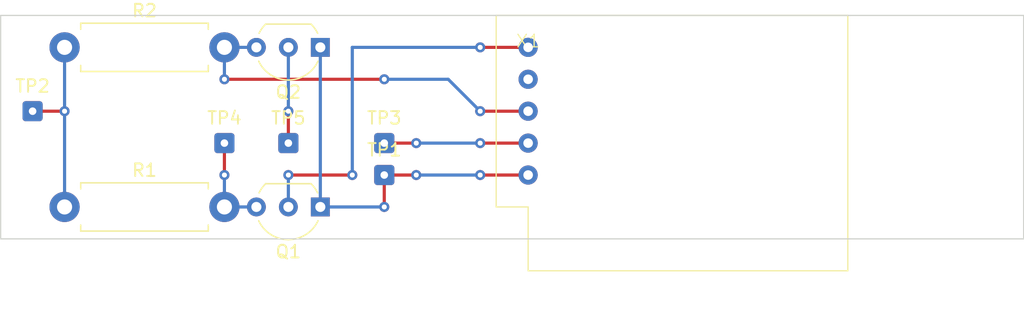
<source format=kicad_pcb>
(kicad_pcb (version 20221018) (generator pcbnew)
  (layers (0 "F.Cu" signal) (31 "B.Cu" signal) (34 "B.Paste" user) (35 "F.Paste" user) (36 "B.SilkS" user "B.Silkscreen") (37 "F.SilkS" user "F.Silkscreen") (38 "B.Mask" user) (39 "F.Mask" user) (44 "Edge.Cuts" user))
  (net 0 "")
  (net 1 "GND")
  (net 2 "Net-(Q1-G)")
  (net 3 "Net-(Q1-D)")
  (net 4 "Net-(Q2-G)")
  (net 5 "Net-(Q2-D)")
  (net 6 "VDD")
  (net 7 "+BATT")
  (footprint "Connector_Wire:SolderWire-0.1sqmm_1x01_D0.4mm_OD1mm" (layer "F.Cu") (at 83.82 78.74)
    (fp_text reference "TP4" (at 0 -2) (layer "F.SilkS"))
    (fp_text value "TX")
    (pad "1" thru_hole roundrect (at 0 0) (size 1.6 1.6) (drill 0.6) (layers "*.Cu" "*.Mask") (roundrect_rratio 0.15625) (net 3 "Net-(Q1-D)"))
  )
  (footprint "Connector_Wire:SolderWire-0.1sqmm_1x01_D0.4mm_OD1mm" (layer "F.Cu") (at 88.9 78.74)
    (fp_text reference "TP5" (at 0 -2) (layer "F.SilkS"))
    (fp_text value "RX")
    (pad "1" thru_hole roundrect (at 0 0) (size 1.6 1.6) (drill 0.6) (layers "*.Cu" "*.Mask") (roundrect_rratio 0.15625) (net 4 "Net-(Q2-G)"))
  )
  (footprint "Package_TO_SOT_THT:TO-92_Inline_Wide" (layer "F.Cu") (at 91.44 83.82 180)
    (fp_text reference "Q1" (at 2.54 -3.56) (layer "F.SilkS"))
    (fp_text value "2N7000")
    (fp_line (start 0.74 1.85) (end 4.34 1.85) (stroke (width 0.12)) (layer "F.SilkS"))
    (fp_arc (start 0.1836 -1.098807) (mid 1.143021 -2.192817) (end 2.54 -2.6) (stroke (width 0.12)) (layer "F.SilkS"))
    (fp_arc (start 0.74 1.85) (mid 0.446097 1.509328) (end 0.215816 1.122795) (stroke (width 0.12)) (layer "F.SilkS"))
    (fp_arc (start 2.54 -2.6) (mid 3.936979 -2.192818) (end 4.8964 -1.098807) (stroke (width 0.12)) (layer "F.SilkS"))
    (fp_arc (start 4.864184 1.122795) (mid 4.633903 1.509328) (end 4.34 1.85) (stroke (width 0.12)) (layer "F.SilkS"))
    (pad "1" thru_hole rect (at 0 0 180) (size 1.5 1.5) (drill 0.8) (layers "*.Cu" "*.Mask") (net 1 "GND"))
    (pad "2" thru_hole circle (at 2.54 0 180) (size 1.5 1.5) (drill 0.8) (layers "*.Cu" "*.Mask") (net 2 "Net-(Q1-G)"))
    (pad "3" thru_hole circle (at 5.08 0 180) (size 1.5 1.5) (drill 0.8) (layers "*.Cu" "*.Mask") (net 3 "Net-(Q1-D)"))
  )
  (footprint "Connector_Wire:SolderWire-0.1sqmm_1x01_D0.4mm_OD1mm" (layer "F.Cu") (at 96.52 78.74)
    (fp_text reference "TP3" (at 0 -2) (layer "F.SilkS"))
    (fp_text value "VBAT")
    (pad "1" thru_hole roundrect (at 0 0) (size 1.6 1.6) (drill 0.6) (layers "*.Cu" "*.Mask") (roundrect_rratio 0.15625) (net 7 "+BATT"))
  )
  (footprint "frsky-invertor:XSR" (layer "F.Cu") (at 107.95 71.12)
    (fp_text reference "X1" (at 0 -0.5 unlocked) (layer "F.SilkS") (effects (font (thickness 0.1))))
    (fp_text value "XSR")
    (fp_line (start -2.54 -2.54) (end 25.4 -2.54) (stroke (width 0.1)) (layer "F.SilkS"))
    (fp_line (start -2.54 12.7) (end -2.54 -2.54) (stroke (width 0.1)) (layer "F.SilkS"))
    (fp_line (start 0 12.7) (end -2.54 12.7) (stroke (width 0.1)) (layer "F.SilkS"))
    (fp_line (start 0 17.78) (end 0 12.7) (stroke (width 0.1)) (layer "F.SilkS"))
    (fp_line (start 25.4 -2.54) (end 25.4 17.78) (stroke (width 0.1)) (layer "F.SilkS"))
    (fp_line (start 25.4 17.78) (end 0 17.78) (stroke (width 0.1)) (layer "F.SilkS"))
    (pad "1" thru_hole circle (at 0 0) (size 1.524 1.524) (drill 0.762) (layers "*.Cu" "*.Mask") (net 2 "Net-(Q1-G)"))
    (pad "2" thru_hole circle (at 0 2.54) (size 1.524 1.524) (drill 0.762) (layers "*.Cu" "*.Mask"))
    (pad "3" thru_hole circle (at 0 5.08) (size 1.524 1.524) (drill 0.762) (layers "*.Cu" "*.Mask") (net 5 "Net-(Q2-D)"))
    (pad "4" thru_hole circle (at 0 7.62) (size 1.524 1.524) (drill 0.762) (layers "*.Cu" "*.Mask") (net 7 "+BATT"))
    (pad "5" thru_hole circle (at 0 10.16) (size 1.524 1.524) (drill 0.762) (layers "*.Cu" "*.Mask") (net 1 "GND"))
  )
  (footprint "Resistor_THT:R_Axial_DIN0411_L9.9mm_D3.6mm_P12.70mm_Horizontal" (layer "F.Cu") (at 71.12 71.12)
    (fp_text reference "R2" (at 6.35 -2.92) (layer "F.SilkS"))
    (fp_text value "10K")
    (fp_line (start 1.28 -1.92) (end 11.42 -1.92) (stroke (width 0.12)) (layer "F.SilkS"))
    (fp_line (start 1.28 -1.44) (end 1.28 -1.92) (stroke (width 0.12)) (layer "F.SilkS"))
    (fp_line (start 1.28 1.44) (end 1.28 1.92) (stroke (width 0.12)) (layer "F.SilkS"))
    (fp_line (start 1.28 1.92) (end 11.42 1.92) (stroke (width 0.12)) (layer "F.SilkS"))
    (fp_line (start 11.42 -1.92) (end 11.42 -1.44) (stroke (width 0.12)) (layer "F.SilkS"))
    (fp_line (start 11.42 1.92) (end 11.42 1.44) (stroke (width 0.12)) (layer "F.SilkS"))
    (pad "1" thru_hole circle (at 0 0) (size 2.4 2.4) (drill 1.2) (layers "*.Cu" "*.Mask") (net 6 "VDD"))
    (pad "2" thru_hole oval (at 12.7 0) (size 2.4 2.4) (drill 1.2) (layers "*.Cu" "*.Mask") (net 5 "Net-(Q2-D)"))
  )
  (footprint "Package_TO_SOT_THT:TO-92_Inline_Wide" (layer "F.Cu") (at 91.44 71.12 180)
    (fp_text reference "Q2" (at 2.54 -3.56) (layer "F.SilkS"))
    (fp_text value "2N7000")
    (fp_line (start 0.74 1.85) (end 4.34 1.85) (stroke (width 0.12)) (layer "F.SilkS"))
    (fp_arc (start 0.1836 -1.098807) (mid 1.143021 -2.192817) (end 2.54 -2.6) (stroke (width 0.12)) (layer "F.SilkS"))
    (fp_arc (start 0.74 1.85) (mid 0.446097 1.509328) (end 0.215816 1.122795) (stroke (width 0.12)) (layer "F.SilkS"))
    (fp_arc (start 2.54 -2.6) (mid 3.936979 -2.192818) (end 4.8964 -1.098807) (stroke (width 0.12)) (layer "F.SilkS"))
    (fp_arc (start 4.864184 1.122795) (mid 4.633903 1.509328) (end 4.34 1.85) (stroke (width 0.12)) (layer "F.SilkS"))
    (pad "1" thru_hole rect (at 0 0 180) (size 1.5 1.5) (drill 0.8) (layers "*.Cu" "*.Mask") (net 1 "GND"))
    (pad "2" thru_hole circle (at 2.54 0 180) (size 1.5 1.5) (drill 0.8) (layers "*.Cu" "*.Mask") (net 4 "Net-(Q2-G)"))
    (pad "3" thru_hole circle (at 5.08 0 180) (size 1.5 1.5) (drill 0.8) (layers "*.Cu" "*.Mask") (net 5 "Net-(Q2-D)"))
  )
  (footprint "Connector_Wire:SolderWire-0.1sqmm_1x01_D0.4mm_OD1mm" (layer "F.Cu") (at 68.58 76.2)
    (fp_text reference "TP2" (at 0 -2) (layer "F.SilkS"))
    (fp_text value "VDD")
    (pad "1" thru_hole roundrect (at 0 0) (size 1.6 1.6) (drill 0.6) (layers "*.Cu" "*.Mask") (roundrect_rratio 0.15625) (net 6 "VDD"))
  )
  (footprint "Resistor_THT:R_Axial_DIN0411_L9.9mm_D3.6mm_P12.70mm_Horizontal" (layer "F.Cu") (at 71.12 83.82)
    (fp_text reference "R1" (at 6.35 -2.92) (layer "F.SilkS"))
    (fp_text value "10K")
    (fp_line (start 1.28 -1.92) (end 11.42 -1.92) (stroke (width 0.12)) (layer "F.SilkS"))
    (fp_line (start 1.28 -1.44) (end 1.28 -1.92) (stroke (width 0.12)) (layer "F.SilkS"))
    (fp_line (start 1.28 1.44) (end 1.28 1.92) (stroke (width 0.12)) (layer "F.SilkS"))
    (fp_line (start 1.28 1.92) (end 11.42 1.92) (stroke (width 0.12)) (layer "F.SilkS"))
    (fp_line (start 11.42 -1.92) (end 11.42 -1.44) (stroke (width 0.12)) (layer "F.SilkS"))
    (fp_line (start 11.42 1.92) (end 11.42 1.44) (stroke (width 0.12)) (layer "F.SilkS"))
    (pad "1" thru_hole circle (at 0 0) (size 2.4 2.4) (drill 1.2) (layers "*.Cu" "*.Mask") (net 6 "VDD"))
    (pad "2" thru_hole oval (at 12.7 0) (size 2.4 2.4) (drill 1.2) (layers "*.Cu" "*.Mask") (net 3 "Net-(Q1-D)"))
  )
  (footprint "Connector_Wire:SolderWire-0.1sqmm_1x01_D0.4mm_OD1mm" (layer "F.Cu") (at 96.52 81.28)
    (fp_text reference "TP1" (at 0 -2) (layer "F.SilkS"))
    (fp_text value "GDN")
    (pad "1" thru_hole roundrect (at 0 0) (size 1.6 1.6) (drill 0.6) (layers "*.Cu" "*.Mask") (roundrect_rratio 0.15625) (net 1 "GND"))
  )
  (gr_rect (start 66.04 68.58) (end 147.32 86.36) (stroke (width 0.1)) (fill none) (layer "Edge.Cuts"))
  (segment (start 96.52 81.28) (end 96.52 83.82) (width 0.25) (layer "F.Cu") (net 1))
  (segment (start 107.95 81.28) (end 104.14 81.28) (width 0.25) (layer "F.Cu") (net 1))
  (segment (start 99.06 81.28) (end 96.52 81.28) (width 0.25) (layer "F.Cu") (net 1))
  (via (at 104.14 81.28) (size 0.8) (drill 0.4) (layers "F.Cu" "B.Cu") (net 1))
  (via (at 96.52 83.82) (size 0.8) (drill 0.4) (layers "F.Cu" "B.Cu") (net 1))
  (via (at 99.06 81.28) (size 0.8) (drill 0.4) (layers "F.Cu" "B.Cu") (net 1))
  (segment (start 104.14 81.28) (end 99.06 81.28) (width 0.25) (layer "B.Cu") (net 1))
  (segment (start 91.44 71.12) (end 91.44 83.82) (width 0.25) (layer "B.Cu") (net 1))
  (segment (start 96.52 83.82) (end 91.44 83.82) (width 0.25) (layer "B.Cu") (net 1))
  (segment (start 88.9 81.28) (end 93.98 81.28) (width 0.25) (layer "F.Cu") (net 2))
  (segment (start 104.14 71.12) (end 107.95 71.12) (width 0.25) (layer "F.Cu") (net 2))
  (via (at 104.14 71.12) (size 0.8) (drill 0.4) (layers "F.Cu" "B.Cu") (net 2))
  (via (at 88.9 81.28) (size 0.8) (drill 0.4) (layers "F.Cu" "B.Cu") (net 2))
  (via (at 93.98 81.28) (size 0.8) (drill 0.4) (layers "F.Cu" "B.Cu") (net 2))
  (segment (start 88.9 83.82) (end 88.9 81.28) (width 0.25) (layer "B.Cu") (net 2))
  (segment (start 93.98 71.12) (end 104.14 71.12) (width 0.25) (layer "B.Cu") (net 2))
  (segment (start 93.98 81.28) (end 93.98 71.12) (width 0.25) (layer "B.Cu") (net 2))
  (segment (start 83.82 81.28) (end 83.82 78.74) (width 0.25) (layer "F.Cu") (net 3))
  (via (at 83.82 81.28) (size 0.8) (drill 0.4) (layers "F.Cu" "B.Cu") (net 3))
  (segment (start 83.82 83.82) (end 83.82 81.28) (width 0.25) (layer "B.Cu") (net 3))
  (segment (start 83.82 83.82) (end 86.36 83.82) (width 0.25) (layer "B.Cu") (net 3))
  (segment (start 88.9 76.2) (end 88.9 78.74) (width 0.25) (layer "F.Cu") (net 4))
  (via (at 88.9 76.2) (size 0.8) (drill 0.4) (layers "F.Cu" "B.Cu") (net 4))
  (segment (start 88.9 71.12) (end 88.9 76.2) (width 0.25) (layer "B.Cu") (net 4))
  (segment (start 104.14 76.2) (end 107.95 76.2) (width 0.25) (layer "F.Cu") (net 5))
  (segment (start 83.82 73.66) (end 96.52 73.66) (width 0.25) (layer "F.Cu") (net 5))
  (via (at 104.14 76.2) (size 0.8) (drill 0.4) (layers "F.Cu" "B.Cu") (net 5))
  (via (at 83.82 73.66) (size 0.8) (drill 0.4) (layers "F.Cu" "B.Cu") (net 5))
  (via (at 96.52 73.66) (size 0.8) (drill 0.4) (layers "F.Cu" "B.Cu") (net 5))
  (segment (start 83.82 71.12) (end 86.36 71.12) (width 0.25) (layer "B.Cu") (net 5))
  (segment (start 101.6 73.66) (end 104.14 76.2) (width 0.25) (layer "B.Cu") (net 5))
  (segment (start 83.82 71.12) (end 83.82 73.66) (width 0.25) (layer "B.Cu") (net 5))
  (segment (start 96.52 73.66) (end 101.6 73.66) (width 0.25) (layer "B.Cu") (net 5))
  (segment (start 71.12 76.2) (end 68.58 76.2) (width 0.25) (layer "F.Cu") (net 6))
  (via (at 71.12 76.2) (size 0.8) (drill 0.4) (layers "F.Cu" "B.Cu") (net 6))
  (segment (start 71.12 71.12) (end 71.12 76.2) (width 0.25) (layer "B.Cu") (net 6))
  (segment (start 71.12 83.82) (end 71.12 76.2) (width 0.25) (layer "B.Cu") (net 6))
  (segment (start 107.95 78.74) (end 104.14 78.74) (width 0.25) (layer "F.Cu") (net 7))
  (segment (start 96.52 78.74) (end 99.06 78.74) (width 0.25) (layer "F.Cu") (net 7))
  (via (at 99.06 78.74) (size 0.8) (drill 0.4) (layers "F.Cu" "B.Cu") (net 7))
  (via (at 104.14 78.74) (size 0.8) (drill 0.4) (layers "F.Cu" "B.Cu") (net 7))
  (segment (start 99.06 78.74) (end 104.14 78.74) (width 0.25) (layer "B.Cu") (net 7))
)
</source>
